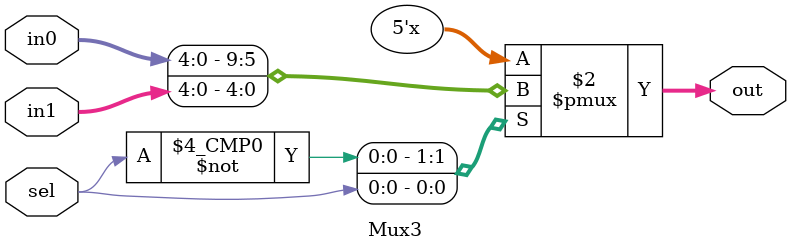
<source format=v>
`timescale 1ns / 1ps
module Mux3(
    input  [4:0] in0,
    input  [4:0] in1,
    output reg [4:0] out,
    input sel
    );

	always @(*)
	begin
		case (sel)
			1'b0: 	out <= in0;
			1'b1:		out <= in1;
		endcase
	end
endmodule

</source>
